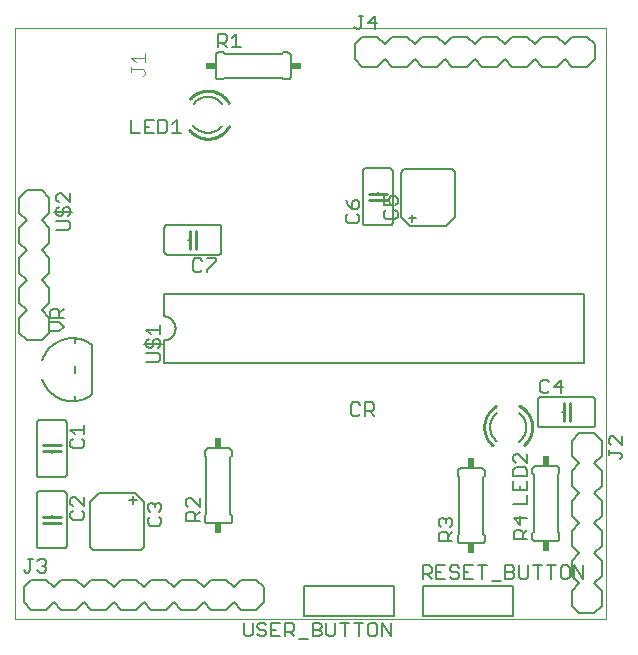
<source format=gto>
G75*
%MOIN*%
%OFA0B0*%
%FSLAX25Y25*%
%IPPOS*%
%LPD*%
%AMOC8*
5,1,8,0,0,1.08239X$1,22.5*
%
%ADD10C,0.00000*%
%ADD11C,0.00600*%
%ADD12C,0.01000*%
%ADD13C,0.00500*%
%ADD14C,0.00400*%
%ADD15C,0.00800*%
%ADD16R,0.03400X0.02400*%
%ADD17R,0.02400X0.03400*%
D10*
X0009201Y0009713D02*
X0009201Y0206563D01*
X0206051Y0206563D01*
X0206051Y0009713D01*
X0009201Y0009713D01*
D11*
X0017366Y0033165D02*
X0025366Y0033165D01*
X0025426Y0033167D01*
X0025487Y0033172D01*
X0025546Y0033181D01*
X0025605Y0033194D01*
X0025664Y0033210D01*
X0025721Y0033230D01*
X0025776Y0033253D01*
X0025831Y0033280D01*
X0025883Y0033309D01*
X0025934Y0033342D01*
X0025983Y0033378D01*
X0026029Y0033416D01*
X0026073Y0033458D01*
X0026115Y0033502D01*
X0026153Y0033548D01*
X0026189Y0033597D01*
X0026222Y0033648D01*
X0026251Y0033700D01*
X0026278Y0033755D01*
X0026301Y0033810D01*
X0026321Y0033867D01*
X0026337Y0033926D01*
X0026350Y0033985D01*
X0026359Y0034044D01*
X0026364Y0034105D01*
X0026366Y0034165D01*
X0026366Y0051165D01*
X0026364Y0051225D01*
X0026359Y0051286D01*
X0026350Y0051345D01*
X0026337Y0051404D01*
X0026321Y0051463D01*
X0026301Y0051520D01*
X0026278Y0051575D01*
X0026251Y0051630D01*
X0026222Y0051682D01*
X0026189Y0051733D01*
X0026153Y0051782D01*
X0026115Y0051828D01*
X0026073Y0051872D01*
X0026029Y0051914D01*
X0025983Y0051952D01*
X0025934Y0051988D01*
X0025883Y0052021D01*
X0025831Y0052050D01*
X0025776Y0052077D01*
X0025721Y0052100D01*
X0025664Y0052120D01*
X0025605Y0052136D01*
X0025546Y0052149D01*
X0025487Y0052158D01*
X0025426Y0052163D01*
X0025366Y0052165D01*
X0017366Y0052165D01*
X0017306Y0052163D01*
X0017245Y0052158D01*
X0017186Y0052149D01*
X0017127Y0052136D01*
X0017068Y0052120D01*
X0017011Y0052100D01*
X0016956Y0052077D01*
X0016901Y0052050D01*
X0016849Y0052021D01*
X0016798Y0051988D01*
X0016749Y0051952D01*
X0016703Y0051914D01*
X0016659Y0051872D01*
X0016617Y0051828D01*
X0016579Y0051782D01*
X0016543Y0051733D01*
X0016510Y0051682D01*
X0016481Y0051630D01*
X0016454Y0051575D01*
X0016431Y0051520D01*
X0016411Y0051463D01*
X0016395Y0051404D01*
X0016382Y0051345D01*
X0016373Y0051286D01*
X0016368Y0051225D01*
X0016366Y0051165D01*
X0016366Y0034165D01*
X0016368Y0034105D01*
X0016373Y0034044D01*
X0016382Y0033985D01*
X0016395Y0033926D01*
X0016411Y0033867D01*
X0016431Y0033810D01*
X0016454Y0033755D01*
X0016481Y0033700D01*
X0016510Y0033648D01*
X0016543Y0033597D01*
X0016579Y0033548D01*
X0016617Y0033502D01*
X0016659Y0033458D01*
X0016703Y0033416D01*
X0016749Y0033378D01*
X0016798Y0033342D01*
X0016849Y0033309D01*
X0016901Y0033280D01*
X0016956Y0033253D01*
X0017011Y0033230D01*
X0017068Y0033210D01*
X0017127Y0033194D01*
X0017186Y0033181D01*
X0017245Y0033172D01*
X0017306Y0033167D01*
X0017366Y0033165D01*
X0021366Y0041165D02*
X0021366Y0041665D01*
X0021366Y0043665D02*
X0021366Y0044165D01*
X0025366Y0056984D02*
X0017366Y0056984D01*
X0017306Y0056986D01*
X0017245Y0056991D01*
X0017186Y0057000D01*
X0017127Y0057013D01*
X0017068Y0057029D01*
X0017011Y0057049D01*
X0016956Y0057072D01*
X0016901Y0057099D01*
X0016849Y0057128D01*
X0016798Y0057161D01*
X0016749Y0057197D01*
X0016703Y0057235D01*
X0016659Y0057277D01*
X0016617Y0057321D01*
X0016579Y0057367D01*
X0016543Y0057416D01*
X0016510Y0057467D01*
X0016481Y0057519D01*
X0016454Y0057574D01*
X0016431Y0057629D01*
X0016411Y0057686D01*
X0016395Y0057745D01*
X0016382Y0057804D01*
X0016373Y0057863D01*
X0016368Y0057924D01*
X0016366Y0057984D01*
X0016366Y0074984D01*
X0016368Y0075044D01*
X0016373Y0075105D01*
X0016382Y0075164D01*
X0016395Y0075223D01*
X0016411Y0075282D01*
X0016431Y0075339D01*
X0016454Y0075394D01*
X0016481Y0075449D01*
X0016510Y0075501D01*
X0016543Y0075552D01*
X0016579Y0075601D01*
X0016617Y0075647D01*
X0016659Y0075691D01*
X0016703Y0075733D01*
X0016749Y0075771D01*
X0016798Y0075807D01*
X0016849Y0075840D01*
X0016901Y0075869D01*
X0016956Y0075896D01*
X0017011Y0075919D01*
X0017068Y0075939D01*
X0017127Y0075955D01*
X0017186Y0075968D01*
X0017245Y0075977D01*
X0017306Y0075982D01*
X0017366Y0075984D01*
X0025366Y0075984D01*
X0025426Y0075982D01*
X0025487Y0075977D01*
X0025546Y0075968D01*
X0025605Y0075955D01*
X0025664Y0075939D01*
X0025721Y0075919D01*
X0025776Y0075896D01*
X0025831Y0075869D01*
X0025883Y0075840D01*
X0025934Y0075807D01*
X0025983Y0075771D01*
X0026029Y0075733D01*
X0026073Y0075691D01*
X0026115Y0075647D01*
X0026153Y0075601D01*
X0026189Y0075552D01*
X0026222Y0075501D01*
X0026251Y0075449D01*
X0026278Y0075394D01*
X0026301Y0075339D01*
X0026321Y0075282D01*
X0026337Y0075223D01*
X0026350Y0075164D01*
X0026359Y0075105D01*
X0026364Y0075044D01*
X0026366Y0074984D01*
X0026366Y0057984D01*
X0026364Y0057924D01*
X0026359Y0057863D01*
X0026350Y0057804D01*
X0026337Y0057745D01*
X0026321Y0057686D01*
X0026301Y0057629D01*
X0026278Y0057574D01*
X0026251Y0057519D01*
X0026222Y0057467D01*
X0026189Y0057416D01*
X0026153Y0057367D01*
X0026115Y0057321D01*
X0026073Y0057277D01*
X0026029Y0057235D01*
X0025983Y0057197D01*
X0025934Y0057161D01*
X0025883Y0057128D01*
X0025831Y0057099D01*
X0025776Y0057072D01*
X0025721Y0057049D01*
X0025664Y0057029D01*
X0025605Y0057013D01*
X0025546Y0057000D01*
X0025487Y0056991D01*
X0025426Y0056986D01*
X0025366Y0056984D01*
X0021366Y0064984D02*
X0021366Y0065484D01*
X0021366Y0067484D02*
X0021366Y0067984D01*
X0037138Y0051693D02*
X0049138Y0051693D01*
X0052138Y0048693D01*
X0052138Y0034193D01*
X0052136Y0034117D01*
X0052130Y0034041D01*
X0052121Y0033966D01*
X0052107Y0033891D01*
X0052090Y0033817D01*
X0052069Y0033744D01*
X0052045Y0033672D01*
X0052016Y0033601D01*
X0051985Y0033532D01*
X0051950Y0033465D01*
X0051911Y0033400D01*
X0051869Y0033336D01*
X0051824Y0033275D01*
X0051776Y0033216D01*
X0051725Y0033160D01*
X0051671Y0033106D01*
X0051615Y0033055D01*
X0051556Y0033007D01*
X0051495Y0032962D01*
X0051431Y0032920D01*
X0051366Y0032881D01*
X0051299Y0032846D01*
X0051230Y0032815D01*
X0051159Y0032786D01*
X0051087Y0032762D01*
X0051014Y0032741D01*
X0050940Y0032724D01*
X0050865Y0032710D01*
X0050790Y0032701D01*
X0050714Y0032695D01*
X0050638Y0032693D01*
X0035638Y0032693D01*
X0035562Y0032695D01*
X0035486Y0032701D01*
X0035411Y0032710D01*
X0035336Y0032724D01*
X0035262Y0032741D01*
X0035189Y0032762D01*
X0035117Y0032786D01*
X0035046Y0032815D01*
X0034977Y0032846D01*
X0034910Y0032881D01*
X0034845Y0032920D01*
X0034781Y0032962D01*
X0034720Y0033007D01*
X0034661Y0033055D01*
X0034605Y0033106D01*
X0034551Y0033160D01*
X0034500Y0033216D01*
X0034452Y0033275D01*
X0034407Y0033336D01*
X0034365Y0033400D01*
X0034326Y0033465D01*
X0034291Y0033532D01*
X0034260Y0033601D01*
X0034231Y0033672D01*
X0034207Y0033744D01*
X0034186Y0033817D01*
X0034169Y0033891D01*
X0034155Y0033966D01*
X0034146Y0034041D01*
X0034140Y0034117D01*
X0034138Y0034193D01*
X0034138Y0048693D01*
X0037138Y0051693D01*
X0047238Y0049193D02*
X0049738Y0049193D01*
X0048538Y0047893D02*
X0048538Y0050493D01*
X0072457Y0044004D02*
X0072457Y0042504D01*
X0072459Y0042444D01*
X0072464Y0042383D01*
X0072473Y0042324D01*
X0072486Y0042265D01*
X0072502Y0042206D01*
X0072522Y0042149D01*
X0072545Y0042094D01*
X0072572Y0042039D01*
X0072601Y0041987D01*
X0072634Y0041936D01*
X0072670Y0041887D01*
X0072708Y0041841D01*
X0072750Y0041797D01*
X0072794Y0041755D01*
X0072840Y0041717D01*
X0072889Y0041681D01*
X0072940Y0041648D01*
X0072992Y0041619D01*
X0073047Y0041592D01*
X0073102Y0041569D01*
X0073159Y0041549D01*
X0073218Y0041533D01*
X0073277Y0041520D01*
X0073336Y0041511D01*
X0073397Y0041506D01*
X0073457Y0041504D01*
X0080457Y0041504D01*
X0080517Y0041506D01*
X0080578Y0041511D01*
X0080637Y0041520D01*
X0080696Y0041533D01*
X0080755Y0041549D01*
X0080812Y0041569D01*
X0080867Y0041592D01*
X0080922Y0041619D01*
X0080974Y0041648D01*
X0081025Y0041681D01*
X0081074Y0041717D01*
X0081120Y0041755D01*
X0081164Y0041797D01*
X0081206Y0041841D01*
X0081244Y0041887D01*
X0081280Y0041936D01*
X0081313Y0041987D01*
X0081342Y0042039D01*
X0081369Y0042094D01*
X0081392Y0042149D01*
X0081412Y0042206D01*
X0081428Y0042265D01*
X0081441Y0042324D01*
X0081450Y0042383D01*
X0081455Y0042444D01*
X0081457Y0042504D01*
X0081457Y0044004D01*
X0080957Y0044504D01*
X0080957Y0063504D01*
X0081457Y0064004D01*
X0081457Y0065504D01*
X0081455Y0065564D01*
X0081450Y0065625D01*
X0081441Y0065684D01*
X0081428Y0065743D01*
X0081412Y0065802D01*
X0081392Y0065859D01*
X0081369Y0065914D01*
X0081342Y0065969D01*
X0081313Y0066021D01*
X0081280Y0066072D01*
X0081244Y0066121D01*
X0081206Y0066167D01*
X0081164Y0066211D01*
X0081120Y0066253D01*
X0081074Y0066291D01*
X0081025Y0066327D01*
X0080974Y0066360D01*
X0080922Y0066389D01*
X0080867Y0066416D01*
X0080812Y0066439D01*
X0080755Y0066459D01*
X0080696Y0066475D01*
X0080637Y0066488D01*
X0080578Y0066497D01*
X0080517Y0066502D01*
X0080457Y0066504D01*
X0073457Y0066504D01*
X0073397Y0066502D01*
X0073336Y0066497D01*
X0073277Y0066488D01*
X0073218Y0066475D01*
X0073159Y0066459D01*
X0073102Y0066439D01*
X0073047Y0066416D01*
X0072992Y0066389D01*
X0072940Y0066360D01*
X0072889Y0066327D01*
X0072840Y0066291D01*
X0072794Y0066253D01*
X0072750Y0066211D01*
X0072708Y0066167D01*
X0072670Y0066121D01*
X0072634Y0066072D01*
X0072601Y0066021D01*
X0072572Y0065969D01*
X0072545Y0065914D01*
X0072522Y0065859D01*
X0072502Y0065802D01*
X0072486Y0065743D01*
X0072473Y0065684D01*
X0072464Y0065625D01*
X0072459Y0065564D01*
X0072457Y0065504D01*
X0072457Y0064004D01*
X0072957Y0063504D01*
X0072957Y0044504D01*
X0072457Y0044004D01*
X0058650Y0094984D02*
X0058650Y0102484D01*
X0058776Y0102486D01*
X0058901Y0102492D01*
X0059026Y0102502D01*
X0059151Y0102516D01*
X0059276Y0102533D01*
X0059400Y0102555D01*
X0059523Y0102580D01*
X0059645Y0102610D01*
X0059766Y0102643D01*
X0059886Y0102680D01*
X0060005Y0102720D01*
X0060122Y0102765D01*
X0060239Y0102813D01*
X0060353Y0102865D01*
X0060466Y0102920D01*
X0060577Y0102979D01*
X0060686Y0103041D01*
X0060793Y0103107D01*
X0060898Y0103176D01*
X0061001Y0103248D01*
X0061102Y0103323D01*
X0061200Y0103402D01*
X0061295Y0103484D01*
X0061388Y0103568D01*
X0061478Y0103656D01*
X0061566Y0103746D01*
X0061650Y0103839D01*
X0061732Y0103934D01*
X0061811Y0104032D01*
X0061886Y0104133D01*
X0061958Y0104236D01*
X0062027Y0104341D01*
X0062093Y0104448D01*
X0062155Y0104557D01*
X0062214Y0104668D01*
X0062269Y0104781D01*
X0062321Y0104895D01*
X0062369Y0105012D01*
X0062414Y0105129D01*
X0062454Y0105248D01*
X0062491Y0105368D01*
X0062524Y0105489D01*
X0062554Y0105611D01*
X0062579Y0105734D01*
X0062601Y0105858D01*
X0062618Y0105983D01*
X0062632Y0106108D01*
X0062642Y0106233D01*
X0062648Y0106358D01*
X0062650Y0106484D01*
X0062648Y0106610D01*
X0062642Y0106735D01*
X0062632Y0106860D01*
X0062618Y0106985D01*
X0062601Y0107110D01*
X0062579Y0107234D01*
X0062554Y0107357D01*
X0062524Y0107479D01*
X0062491Y0107600D01*
X0062454Y0107720D01*
X0062414Y0107839D01*
X0062369Y0107956D01*
X0062321Y0108073D01*
X0062269Y0108187D01*
X0062214Y0108300D01*
X0062155Y0108411D01*
X0062093Y0108520D01*
X0062027Y0108627D01*
X0061958Y0108732D01*
X0061886Y0108835D01*
X0061811Y0108936D01*
X0061732Y0109034D01*
X0061650Y0109129D01*
X0061566Y0109222D01*
X0061478Y0109312D01*
X0061388Y0109400D01*
X0061295Y0109484D01*
X0061200Y0109566D01*
X0061102Y0109645D01*
X0061001Y0109720D01*
X0060898Y0109792D01*
X0060793Y0109861D01*
X0060686Y0109927D01*
X0060577Y0109989D01*
X0060466Y0110048D01*
X0060353Y0110103D01*
X0060239Y0110155D01*
X0060122Y0110203D01*
X0060005Y0110248D01*
X0059886Y0110288D01*
X0059766Y0110325D01*
X0059645Y0110358D01*
X0059523Y0110388D01*
X0059400Y0110413D01*
X0059276Y0110435D01*
X0059151Y0110452D01*
X0059026Y0110466D01*
X0058901Y0110476D01*
X0058776Y0110482D01*
X0058650Y0110484D01*
X0058650Y0117984D01*
X0198650Y0117984D01*
X0198650Y0094984D01*
X0058650Y0094984D01*
X0059913Y0131051D02*
X0076913Y0131051D01*
X0076973Y0131053D01*
X0077034Y0131058D01*
X0077093Y0131067D01*
X0077152Y0131080D01*
X0077211Y0131096D01*
X0077268Y0131116D01*
X0077323Y0131139D01*
X0077378Y0131166D01*
X0077430Y0131195D01*
X0077481Y0131228D01*
X0077530Y0131264D01*
X0077576Y0131302D01*
X0077620Y0131344D01*
X0077662Y0131388D01*
X0077700Y0131434D01*
X0077736Y0131483D01*
X0077769Y0131534D01*
X0077798Y0131586D01*
X0077825Y0131641D01*
X0077848Y0131696D01*
X0077868Y0131753D01*
X0077884Y0131812D01*
X0077897Y0131871D01*
X0077906Y0131930D01*
X0077911Y0131991D01*
X0077913Y0132051D01*
X0077913Y0140051D01*
X0077911Y0140111D01*
X0077906Y0140172D01*
X0077897Y0140231D01*
X0077884Y0140290D01*
X0077868Y0140349D01*
X0077848Y0140406D01*
X0077825Y0140461D01*
X0077798Y0140516D01*
X0077769Y0140568D01*
X0077736Y0140619D01*
X0077700Y0140668D01*
X0077662Y0140714D01*
X0077620Y0140758D01*
X0077576Y0140800D01*
X0077530Y0140838D01*
X0077481Y0140874D01*
X0077430Y0140907D01*
X0077378Y0140936D01*
X0077323Y0140963D01*
X0077268Y0140986D01*
X0077211Y0141006D01*
X0077152Y0141022D01*
X0077093Y0141035D01*
X0077034Y0141044D01*
X0076973Y0141049D01*
X0076913Y0141051D01*
X0059913Y0141051D01*
X0059853Y0141049D01*
X0059792Y0141044D01*
X0059733Y0141035D01*
X0059674Y0141022D01*
X0059615Y0141006D01*
X0059558Y0140986D01*
X0059503Y0140963D01*
X0059448Y0140936D01*
X0059396Y0140907D01*
X0059345Y0140874D01*
X0059296Y0140838D01*
X0059250Y0140800D01*
X0059206Y0140758D01*
X0059164Y0140714D01*
X0059126Y0140668D01*
X0059090Y0140619D01*
X0059057Y0140568D01*
X0059028Y0140516D01*
X0059001Y0140461D01*
X0058978Y0140406D01*
X0058958Y0140349D01*
X0058942Y0140290D01*
X0058929Y0140231D01*
X0058920Y0140172D01*
X0058915Y0140111D01*
X0058913Y0140051D01*
X0058913Y0132051D01*
X0058915Y0131991D01*
X0058920Y0131930D01*
X0058929Y0131871D01*
X0058942Y0131812D01*
X0058958Y0131753D01*
X0058978Y0131696D01*
X0059001Y0131641D01*
X0059028Y0131586D01*
X0059057Y0131534D01*
X0059090Y0131483D01*
X0059126Y0131434D01*
X0059164Y0131388D01*
X0059206Y0131344D01*
X0059250Y0131302D01*
X0059296Y0131264D01*
X0059345Y0131228D01*
X0059396Y0131195D01*
X0059448Y0131166D01*
X0059503Y0131139D01*
X0059558Y0131116D01*
X0059615Y0131096D01*
X0059674Y0131080D01*
X0059733Y0131067D01*
X0059792Y0131058D01*
X0059853Y0131053D01*
X0059913Y0131051D01*
X0066913Y0136051D02*
X0067413Y0136051D01*
X0069413Y0136051D02*
X0069913Y0136051D01*
X0078149Y0181348D02*
X0078055Y0181467D01*
X0077957Y0181583D01*
X0077857Y0181697D01*
X0077753Y0181808D01*
X0077647Y0181916D01*
X0077539Y0182022D01*
X0077427Y0182124D01*
X0077313Y0182224D01*
X0077197Y0182322D01*
X0077078Y0182416D01*
X0076957Y0182507D01*
X0076833Y0182595D01*
X0076707Y0182680D01*
X0076580Y0182761D01*
X0076450Y0182840D01*
X0076318Y0182915D01*
X0076185Y0182986D01*
X0076049Y0183055D01*
X0075912Y0183120D01*
X0075774Y0183181D01*
X0075633Y0183239D01*
X0075492Y0183293D01*
X0075349Y0183344D01*
X0075205Y0183391D01*
X0075060Y0183435D01*
X0074913Y0183474D01*
X0074766Y0183510D01*
X0074618Y0183543D01*
X0074469Y0183571D01*
X0074319Y0183596D01*
X0074169Y0183617D01*
X0074019Y0183634D01*
X0073867Y0183648D01*
X0073716Y0183657D01*
X0073565Y0183663D01*
X0073413Y0183665D01*
X0077031Y0189425D02*
X0078531Y0189425D01*
X0079031Y0189925D01*
X0098031Y0189925D01*
X0098531Y0189425D01*
X0100031Y0189425D01*
X0100091Y0189427D01*
X0100152Y0189432D01*
X0100211Y0189441D01*
X0100270Y0189454D01*
X0100329Y0189470D01*
X0100386Y0189490D01*
X0100441Y0189513D01*
X0100496Y0189540D01*
X0100548Y0189569D01*
X0100599Y0189602D01*
X0100648Y0189638D01*
X0100694Y0189676D01*
X0100738Y0189718D01*
X0100780Y0189762D01*
X0100818Y0189808D01*
X0100854Y0189857D01*
X0100887Y0189908D01*
X0100916Y0189960D01*
X0100943Y0190015D01*
X0100966Y0190070D01*
X0100986Y0190127D01*
X0101002Y0190186D01*
X0101015Y0190245D01*
X0101024Y0190304D01*
X0101029Y0190365D01*
X0101031Y0190425D01*
X0101031Y0197425D01*
X0101029Y0197485D01*
X0101024Y0197546D01*
X0101015Y0197605D01*
X0101002Y0197664D01*
X0100986Y0197723D01*
X0100966Y0197780D01*
X0100943Y0197835D01*
X0100916Y0197890D01*
X0100887Y0197942D01*
X0100854Y0197993D01*
X0100818Y0198042D01*
X0100780Y0198088D01*
X0100738Y0198132D01*
X0100694Y0198174D01*
X0100648Y0198212D01*
X0100599Y0198248D01*
X0100548Y0198281D01*
X0100496Y0198310D01*
X0100441Y0198337D01*
X0100386Y0198360D01*
X0100329Y0198380D01*
X0100270Y0198396D01*
X0100211Y0198409D01*
X0100152Y0198418D01*
X0100091Y0198423D01*
X0100031Y0198425D01*
X0098531Y0198425D01*
X0098031Y0197925D01*
X0079031Y0197925D01*
X0078531Y0198425D01*
X0077031Y0198425D01*
X0076971Y0198423D01*
X0076910Y0198418D01*
X0076851Y0198409D01*
X0076792Y0198396D01*
X0076733Y0198380D01*
X0076676Y0198360D01*
X0076621Y0198337D01*
X0076566Y0198310D01*
X0076514Y0198281D01*
X0076463Y0198248D01*
X0076414Y0198212D01*
X0076368Y0198174D01*
X0076324Y0198132D01*
X0076282Y0198088D01*
X0076244Y0198042D01*
X0076208Y0197993D01*
X0076175Y0197942D01*
X0076146Y0197890D01*
X0076119Y0197835D01*
X0076096Y0197780D01*
X0076076Y0197723D01*
X0076060Y0197664D01*
X0076047Y0197605D01*
X0076038Y0197546D01*
X0076033Y0197485D01*
X0076031Y0197425D01*
X0076031Y0190425D01*
X0076033Y0190365D01*
X0076038Y0190304D01*
X0076047Y0190245D01*
X0076060Y0190186D01*
X0076076Y0190127D01*
X0076096Y0190070D01*
X0076119Y0190015D01*
X0076146Y0189960D01*
X0076175Y0189908D01*
X0076208Y0189857D01*
X0076244Y0189808D01*
X0076282Y0189762D01*
X0076324Y0189718D01*
X0076368Y0189676D01*
X0076414Y0189638D01*
X0076463Y0189602D01*
X0076514Y0189569D01*
X0076566Y0189540D01*
X0076621Y0189513D01*
X0076676Y0189490D01*
X0076733Y0189470D01*
X0076792Y0189454D01*
X0076851Y0189441D01*
X0076910Y0189432D01*
X0076971Y0189427D01*
X0077031Y0189425D01*
X0068532Y0174178D02*
X0068623Y0174053D01*
X0068717Y0173931D01*
X0068815Y0173812D01*
X0068915Y0173695D01*
X0069019Y0173581D01*
X0069125Y0173469D01*
X0069234Y0173361D01*
X0069346Y0173255D01*
X0069461Y0173152D01*
X0069578Y0173052D01*
X0069698Y0172954D01*
X0069820Y0172861D01*
X0069944Y0172770D01*
X0070071Y0172682D01*
X0070200Y0172598D01*
X0070332Y0172517D01*
X0070465Y0172440D01*
X0070600Y0172366D01*
X0070737Y0172295D01*
X0070876Y0172228D01*
X0071016Y0172165D01*
X0071159Y0172105D01*
X0071302Y0172049D01*
X0071447Y0171997D01*
X0071593Y0171948D01*
X0071741Y0171903D01*
X0071889Y0171862D01*
X0072039Y0171825D01*
X0072189Y0171791D01*
X0072341Y0171762D01*
X0072493Y0171736D01*
X0072645Y0171714D01*
X0072798Y0171697D01*
X0072952Y0171683D01*
X0073106Y0171673D01*
X0073260Y0171667D01*
X0073414Y0171665D01*
X0068677Y0181348D02*
X0068771Y0181467D01*
X0068869Y0181583D01*
X0068969Y0181697D01*
X0069073Y0181808D01*
X0069179Y0181916D01*
X0069287Y0182022D01*
X0069399Y0182124D01*
X0069513Y0182224D01*
X0069629Y0182322D01*
X0069748Y0182416D01*
X0069869Y0182507D01*
X0069993Y0182595D01*
X0070119Y0182680D01*
X0070246Y0182761D01*
X0070376Y0182840D01*
X0070508Y0182915D01*
X0070641Y0182986D01*
X0070777Y0183055D01*
X0070914Y0183120D01*
X0071052Y0183181D01*
X0071193Y0183239D01*
X0071334Y0183293D01*
X0071477Y0183344D01*
X0071621Y0183391D01*
X0071766Y0183435D01*
X0071913Y0183474D01*
X0072060Y0183510D01*
X0072208Y0183543D01*
X0072357Y0183571D01*
X0072507Y0183596D01*
X0072657Y0183617D01*
X0072807Y0183634D01*
X0072959Y0183648D01*
X0073110Y0183657D01*
X0073261Y0183663D01*
X0073413Y0183665D01*
X0078213Y0174065D02*
X0078121Y0173946D01*
X0078027Y0173829D01*
X0077929Y0173715D01*
X0077829Y0173603D01*
X0077725Y0173493D01*
X0077620Y0173387D01*
X0077511Y0173282D01*
X0077400Y0173181D01*
X0077286Y0173083D01*
X0077170Y0172987D01*
X0077052Y0172894D01*
X0076931Y0172805D01*
X0076808Y0172718D01*
X0076683Y0172635D01*
X0076556Y0172554D01*
X0076427Y0172477D01*
X0076296Y0172403D01*
X0076163Y0172332D01*
X0076029Y0172265D01*
X0075893Y0172201D01*
X0075755Y0172141D01*
X0075616Y0172084D01*
X0075475Y0172031D01*
X0075333Y0171981D01*
X0075190Y0171934D01*
X0075046Y0171892D01*
X0074901Y0171852D01*
X0074755Y0171817D01*
X0074608Y0171785D01*
X0074460Y0171757D01*
X0074312Y0171733D01*
X0074163Y0171712D01*
X0074013Y0171695D01*
X0073864Y0171682D01*
X0073714Y0171673D01*
X0073563Y0171667D01*
X0073413Y0171665D01*
X0125106Y0158882D02*
X0125106Y0141882D01*
X0125108Y0141822D01*
X0125113Y0141761D01*
X0125122Y0141702D01*
X0125135Y0141643D01*
X0125151Y0141584D01*
X0125171Y0141527D01*
X0125194Y0141472D01*
X0125221Y0141417D01*
X0125250Y0141365D01*
X0125283Y0141314D01*
X0125319Y0141265D01*
X0125357Y0141219D01*
X0125399Y0141175D01*
X0125443Y0141133D01*
X0125489Y0141095D01*
X0125538Y0141059D01*
X0125589Y0141026D01*
X0125641Y0140997D01*
X0125696Y0140970D01*
X0125751Y0140947D01*
X0125808Y0140927D01*
X0125867Y0140911D01*
X0125926Y0140898D01*
X0125985Y0140889D01*
X0126046Y0140884D01*
X0126106Y0140882D01*
X0134106Y0140882D01*
X0134166Y0140884D01*
X0134227Y0140889D01*
X0134286Y0140898D01*
X0134345Y0140911D01*
X0134404Y0140927D01*
X0134461Y0140947D01*
X0134516Y0140970D01*
X0134571Y0140997D01*
X0134623Y0141026D01*
X0134674Y0141059D01*
X0134723Y0141095D01*
X0134769Y0141133D01*
X0134813Y0141175D01*
X0134855Y0141219D01*
X0134893Y0141265D01*
X0134929Y0141314D01*
X0134962Y0141365D01*
X0134991Y0141417D01*
X0135018Y0141472D01*
X0135041Y0141527D01*
X0135061Y0141584D01*
X0135077Y0141643D01*
X0135090Y0141702D01*
X0135099Y0141761D01*
X0135104Y0141822D01*
X0135106Y0141882D01*
X0135106Y0158882D01*
X0135104Y0158942D01*
X0135099Y0159003D01*
X0135090Y0159062D01*
X0135077Y0159121D01*
X0135061Y0159180D01*
X0135041Y0159237D01*
X0135018Y0159292D01*
X0134991Y0159347D01*
X0134962Y0159399D01*
X0134929Y0159450D01*
X0134893Y0159499D01*
X0134855Y0159545D01*
X0134813Y0159589D01*
X0134769Y0159631D01*
X0134723Y0159669D01*
X0134674Y0159705D01*
X0134623Y0159738D01*
X0134571Y0159767D01*
X0134516Y0159794D01*
X0134461Y0159817D01*
X0134404Y0159837D01*
X0134345Y0159853D01*
X0134286Y0159866D01*
X0134227Y0159875D01*
X0134166Y0159880D01*
X0134106Y0159882D01*
X0126106Y0159882D01*
X0126046Y0159880D01*
X0125985Y0159875D01*
X0125926Y0159866D01*
X0125867Y0159853D01*
X0125808Y0159837D01*
X0125751Y0159817D01*
X0125696Y0159794D01*
X0125641Y0159767D01*
X0125589Y0159738D01*
X0125538Y0159705D01*
X0125489Y0159669D01*
X0125443Y0159631D01*
X0125399Y0159589D01*
X0125357Y0159545D01*
X0125319Y0159499D01*
X0125283Y0159450D01*
X0125250Y0159399D01*
X0125221Y0159347D01*
X0125194Y0159292D01*
X0125171Y0159237D01*
X0125151Y0159180D01*
X0125135Y0159121D01*
X0125122Y0159062D01*
X0125113Y0159003D01*
X0125108Y0158942D01*
X0125106Y0158882D01*
X0130106Y0151882D02*
X0130106Y0151382D01*
X0130106Y0149382D02*
X0130106Y0148882D01*
X0137917Y0143606D02*
X0140917Y0140606D01*
X0152917Y0140606D01*
X0155917Y0143606D01*
X0155917Y0158106D01*
X0155915Y0158182D01*
X0155909Y0158258D01*
X0155900Y0158333D01*
X0155886Y0158408D01*
X0155869Y0158482D01*
X0155848Y0158555D01*
X0155824Y0158627D01*
X0155795Y0158698D01*
X0155764Y0158767D01*
X0155729Y0158834D01*
X0155690Y0158899D01*
X0155648Y0158963D01*
X0155603Y0159024D01*
X0155555Y0159083D01*
X0155504Y0159139D01*
X0155450Y0159193D01*
X0155394Y0159244D01*
X0155335Y0159292D01*
X0155274Y0159337D01*
X0155210Y0159379D01*
X0155145Y0159418D01*
X0155078Y0159453D01*
X0155009Y0159484D01*
X0154938Y0159513D01*
X0154866Y0159537D01*
X0154793Y0159558D01*
X0154719Y0159575D01*
X0154644Y0159589D01*
X0154569Y0159598D01*
X0154493Y0159604D01*
X0154417Y0159606D01*
X0139417Y0159606D01*
X0139341Y0159604D01*
X0139265Y0159598D01*
X0139190Y0159589D01*
X0139115Y0159575D01*
X0139041Y0159558D01*
X0138968Y0159537D01*
X0138896Y0159513D01*
X0138825Y0159484D01*
X0138756Y0159453D01*
X0138689Y0159418D01*
X0138624Y0159379D01*
X0138560Y0159337D01*
X0138499Y0159292D01*
X0138440Y0159244D01*
X0138384Y0159193D01*
X0138330Y0159139D01*
X0138279Y0159083D01*
X0138231Y0159024D01*
X0138186Y0158963D01*
X0138144Y0158899D01*
X0138105Y0158834D01*
X0138070Y0158767D01*
X0138039Y0158698D01*
X0138010Y0158627D01*
X0137986Y0158555D01*
X0137965Y0158482D01*
X0137948Y0158408D01*
X0137934Y0158333D01*
X0137925Y0158258D01*
X0137919Y0158182D01*
X0137917Y0158106D01*
X0137917Y0143606D01*
X0140317Y0143106D02*
X0142817Y0143106D01*
X0141517Y0144406D02*
X0141517Y0141806D01*
X0184480Y0083571D02*
X0201480Y0083571D01*
X0201540Y0083569D01*
X0201601Y0083564D01*
X0201660Y0083555D01*
X0201719Y0083542D01*
X0201778Y0083526D01*
X0201835Y0083506D01*
X0201890Y0083483D01*
X0201945Y0083456D01*
X0201997Y0083427D01*
X0202048Y0083394D01*
X0202097Y0083358D01*
X0202143Y0083320D01*
X0202187Y0083278D01*
X0202229Y0083234D01*
X0202267Y0083188D01*
X0202303Y0083139D01*
X0202336Y0083088D01*
X0202365Y0083036D01*
X0202392Y0082981D01*
X0202415Y0082926D01*
X0202435Y0082869D01*
X0202451Y0082810D01*
X0202464Y0082751D01*
X0202473Y0082692D01*
X0202478Y0082631D01*
X0202480Y0082571D01*
X0202480Y0074571D01*
X0202478Y0074511D01*
X0202473Y0074450D01*
X0202464Y0074391D01*
X0202451Y0074332D01*
X0202435Y0074273D01*
X0202415Y0074216D01*
X0202392Y0074161D01*
X0202365Y0074106D01*
X0202336Y0074054D01*
X0202303Y0074003D01*
X0202267Y0073954D01*
X0202229Y0073908D01*
X0202187Y0073864D01*
X0202143Y0073822D01*
X0202097Y0073784D01*
X0202048Y0073748D01*
X0201997Y0073715D01*
X0201945Y0073686D01*
X0201890Y0073659D01*
X0201835Y0073636D01*
X0201778Y0073616D01*
X0201719Y0073600D01*
X0201660Y0073587D01*
X0201601Y0073578D01*
X0201540Y0073573D01*
X0201480Y0073571D01*
X0184480Y0073571D01*
X0184420Y0073573D01*
X0184359Y0073578D01*
X0184300Y0073587D01*
X0184241Y0073600D01*
X0184182Y0073616D01*
X0184125Y0073636D01*
X0184070Y0073659D01*
X0184015Y0073686D01*
X0183963Y0073715D01*
X0183912Y0073748D01*
X0183863Y0073784D01*
X0183817Y0073822D01*
X0183773Y0073864D01*
X0183731Y0073908D01*
X0183693Y0073954D01*
X0183657Y0074003D01*
X0183624Y0074054D01*
X0183595Y0074106D01*
X0183568Y0074161D01*
X0183545Y0074216D01*
X0183525Y0074273D01*
X0183509Y0074332D01*
X0183496Y0074391D01*
X0183487Y0074450D01*
X0183482Y0074511D01*
X0183480Y0074571D01*
X0183480Y0082571D01*
X0183482Y0082631D01*
X0183487Y0082692D01*
X0183496Y0082751D01*
X0183509Y0082810D01*
X0183525Y0082869D01*
X0183545Y0082926D01*
X0183568Y0082981D01*
X0183595Y0083036D01*
X0183624Y0083088D01*
X0183657Y0083139D01*
X0183693Y0083188D01*
X0183731Y0083234D01*
X0183773Y0083278D01*
X0183817Y0083320D01*
X0183863Y0083358D01*
X0183912Y0083394D01*
X0183963Y0083427D01*
X0184015Y0083456D01*
X0184070Y0083483D01*
X0184125Y0083506D01*
X0184182Y0083526D01*
X0184241Y0083542D01*
X0184300Y0083555D01*
X0184359Y0083564D01*
X0184420Y0083569D01*
X0184480Y0083571D01*
X0191480Y0078571D02*
X0191980Y0078571D01*
X0193980Y0078571D02*
X0194480Y0078571D01*
X0189591Y0060598D02*
X0182591Y0060598D01*
X0182531Y0060596D01*
X0182470Y0060591D01*
X0182411Y0060582D01*
X0182352Y0060569D01*
X0182293Y0060553D01*
X0182236Y0060533D01*
X0182181Y0060510D01*
X0182126Y0060483D01*
X0182074Y0060454D01*
X0182023Y0060421D01*
X0181974Y0060385D01*
X0181928Y0060347D01*
X0181884Y0060305D01*
X0181842Y0060261D01*
X0181804Y0060215D01*
X0181768Y0060166D01*
X0181735Y0060115D01*
X0181706Y0060063D01*
X0181679Y0060008D01*
X0181656Y0059953D01*
X0181636Y0059896D01*
X0181620Y0059837D01*
X0181607Y0059778D01*
X0181598Y0059719D01*
X0181593Y0059658D01*
X0181591Y0059598D01*
X0181591Y0058098D01*
X0182091Y0057598D01*
X0182091Y0038598D01*
X0181591Y0038098D01*
X0181591Y0036598D01*
X0181593Y0036538D01*
X0181598Y0036477D01*
X0181607Y0036418D01*
X0181620Y0036359D01*
X0181636Y0036300D01*
X0181656Y0036243D01*
X0181679Y0036188D01*
X0181706Y0036133D01*
X0181735Y0036081D01*
X0181768Y0036030D01*
X0181804Y0035981D01*
X0181842Y0035935D01*
X0181884Y0035891D01*
X0181928Y0035849D01*
X0181974Y0035811D01*
X0182023Y0035775D01*
X0182074Y0035742D01*
X0182126Y0035713D01*
X0182181Y0035686D01*
X0182236Y0035663D01*
X0182293Y0035643D01*
X0182352Y0035627D01*
X0182411Y0035614D01*
X0182470Y0035605D01*
X0182531Y0035600D01*
X0182591Y0035598D01*
X0189591Y0035598D01*
X0189651Y0035600D01*
X0189712Y0035605D01*
X0189771Y0035614D01*
X0189830Y0035627D01*
X0189889Y0035643D01*
X0189946Y0035663D01*
X0190001Y0035686D01*
X0190056Y0035713D01*
X0190108Y0035742D01*
X0190159Y0035775D01*
X0190208Y0035811D01*
X0190254Y0035849D01*
X0190298Y0035891D01*
X0190340Y0035935D01*
X0190378Y0035981D01*
X0190414Y0036030D01*
X0190447Y0036081D01*
X0190476Y0036133D01*
X0190503Y0036188D01*
X0190526Y0036243D01*
X0190546Y0036300D01*
X0190562Y0036359D01*
X0190575Y0036418D01*
X0190584Y0036477D01*
X0190589Y0036538D01*
X0190591Y0036598D01*
X0190591Y0038098D01*
X0190091Y0038598D01*
X0190091Y0057598D01*
X0190591Y0058098D01*
X0190591Y0059598D01*
X0190589Y0059658D01*
X0190584Y0059719D01*
X0190575Y0059778D01*
X0190562Y0059837D01*
X0190546Y0059896D01*
X0190526Y0059953D01*
X0190503Y0060008D01*
X0190476Y0060063D01*
X0190447Y0060115D01*
X0190414Y0060166D01*
X0190378Y0060215D01*
X0190340Y0060261D01*
X0190298Y0060305D01*
X0190254Y0060347D01*
X0190208Y0060385D01*
X0190159Y0060421D01*
X0190108Y0060454D01*
X0190056Y0060483D01*
X0190001Y0060510D01*
X0189946Y0060533D01*
X0189889Y0060553D01*
X0189830Y0060569D01*
X0189771Y0060582D01*
X0189712Y0060591D01*
X0189651Y0060596D01*
X0189591Y0060598D01*
X0167531Y0073571D02*
X0167533Y0073723D01*
X0167539Y0073874D01*
X0167548Y0074025D01*
X0167562Y0074177D01*
X0167579Y0074327D01*
X0167600Y0074477D01*
X0167625Y0074627D01*
X0167653Y0074776D01*
X0167686Y0074924D01*
X0167722Y0075071D01*
X0167761Y0075218D01*
X0167805Y0075363D01*
X0167852Y0075507D01*
X0167903Y0075650D01*
X0167957Y0075791D01*
X0168015Y0075932D01*
X0168076Y0076070D01*
X0168141Y0076207D01*
X0168210Y0076343D01*
X0168281Y0076476D01*
X0168356Y0076608D01*
X0168435Y0076738D01*
X0168516Y0076865D01*
X0168601Y0076991D01*
X0168689Y0077115D01*
X0168780Y0077236D01*
X0168874Y0077355D01*
X0168972Y0077471D01*
X0169072Y0077585D01*
X0169174Y0077697D01*
X0169280Y0077805D01*
X0169388Y0077911D01*
X0169499Y0078015D01*
X0169613Y0078115D01*
X0169729Y0078213D01*
X0169848Y0078307D01*
X0179531Y0073571D02*
X0179529Y0073417D01*
X0179523Y0073263D01*
X0179513Y0073109D01*
X0179499Y0072955D01*
X0179482Y0072802D01*
X0179460Y0072650D01*
X0179434Y0072498D01*
X0179405Y0072346D01*
X0179371Y0072196D01*
X0179334Y0072046D01*
X0179293Y0071898D01*
X0179248Y0071750D01*
X0179199Y0071604D01*
X0179147Y0071459D01*
X0179091Y0071316D01*
X0179031Y0071173D01*
X0178968Y0071033D01*
X0178901Y0070894D01*
X0178830Y0070757D01*
X0178756Y0070622D01*
X0178679Y0070489D01*
X0178598Y0070357D01*
X0178514Y0070228D01*
X0178426Y0070101D01*
X0178335Y0069977D01*
X0178242Y0069855D01*
X0178144Y0069735D01*
X0178044Y0069618D01*
X0177941Y0069503D01*
X0177835Y0069391D01*
X0177727Y0069282D01*
X0177615Y0069176D01*
X0177501Y0069072D01*
X0177384Y0068972D01*
X0177265Y0068874D01*
X0177143Y0068780D01*
X0177018Y0068689D01*
X0179531Y0073571D02*
X0179529Y0073721D01*
X0179523Y0073872D01*
X0179514Y0074022D01*
X0179501Y0074171D01*
X0179484Y0074321D01*
X0179463Y0074470D01*
X0179439Y0074618D01*
X0179411Y0074766D01*
X0179379Y0074913D01*
X0179344Y0075059D01*
X0179304Y0075204D01*
X0179262Y0075348D01*
X0179215Y0075491D01*
X0179165Y0075633D01*
X0179112Y0075774D01*
X0179055Y0075913D01*
X0178995Y0076051D01*
X0178931Y0076187D01*
X0178864Y0076321D01*
X0178793Y0076454D01*
X0178719Y0076585D01*
X0178642Y0076714D01*
X0178561Y0076841D01*
X0178478Y0076966D01*
X0178391Y0077089D01*
X0178302Y0077210D01*
X0178209Y0077328D01*
X0178113Y0077444D01*
X0178015Y0077558D01*
X0177914Y0077669D01*
X0177809Y0077778D01*
X0177703Y0077883D01*
X0177593Y0077987D01*
X0177481Y0078087D01*
X0177367Y0078185D01*
X0177250Y0078279D01*
X0177131Y0078371D01*
X0167531Y0073571D02*
X0167533Y0073419D01*
X0167539Y0073268D01*
X0167548Y0073117D01*
X0167562Y0072965D01*
X0167579Y0072815D01*
X0167600Y0072665D01*
X0167625Y0072515D01*
X0167653Y0072366D01*
X0167686Y0072218D01*
X0167722Y0072071D01*
X0167761Y0071924D01*
X0167805Y0071779D01*
X0167852Y0071635D01*
X0167903Y0071492D01*
X0167957Y0071351D01*
X0168015Y0071210D01*
X0168076Y0071072D01*
X0168141Y0070935D01*
X0168210Y0070799D01*
X0168281Y0070666D01*
X0168356Y0070534D01*
X0168435Y0070404D01*
X0168516Y0070277D01*
X0168601Y0070151D01*
X0168689Y0070027D01*
X0168780Y0069906D01*
X0168874Y0069787D01*
X0168972Y0069671D01*
X0169072Y0069557D01*
X0169174Y0069445D01*
X0169280Y0069337D01*
X0169388Y0069231D01*
X0169499Y0069127D01*
X0169613Y0069027D01*
X0169729Y0068929D01*
X0169848Y0068835D01*
X0164709Y0059811D02*
X0157709Y0059811D01*
X0157649Y0059809D01*
X0157588Y0059804D01*
X0157529Y0059795D01*
X0157470Y0059782D01*
X0157411Y0059766D01*
X0157354Y0059746D01*
X0157299Y0059723D01*
X0157244Y0059696D01*
X0157192Y0059667D01*
X0157141Y0059634D01*
X0157092Y0059598D01*
X0157046Y0059560D01*
X0157002Y0059518D01*
X0156960Y0059474D01*
X0156922Y0059428D01*
X0156886Y0059379D01*
X0156853Y0059328D01*
X0156824Y0059276D01*
X0156797Y0059221D01*
X0156774Y0059166D01*
X0156754Y0059109D01*
X0156738Y0059050D01*
X0156725Y0058991D01*
X0156716Y0058932D01*
X0156711Y0058871D01*
X0156709Y0058811D01*
X0156709Y0057311D01*
X0157209Y0056811D01*
X0157209Y0037811D01*
X0156709Y0037311D01*
X0156709Y0035811D01*
X0156711Y0035751D01*
X0156716Y0035690D01*
X0156725Y0035631D01*
X0156738Y0035572D01*
X0156754Y0035513D01*
X0156774Y0035456D01*
X0156797Y0035401D01*
X0156824Y0035346D01*
X0156853Y0035294D01*
X0156886Y0035243D01*
X0156922Y0035194D01*
X0156960Y0035148D01*
X0157002Y0035104D01*
X0157046Y0035062D01*
X0157092Y0035024D01*
X0157141Y0034988D01*
X0157192Y0034955D01*
X0157244Y0034926D01*
X0157299Y0034899D01*
X0157354Y0034876D01*
X0157411Y0034856D01*
X0157470Y0034840D01*
X0157529Y0034827D01*
X0157588Y0034818D01*
X0157649Y0034813D01*
X0157709Y0034811D01*
X0164709Y0034811D01*
X0164769Y0034813D01*
X0164830Y0034818D01*
X0164889Y0034827D01*
X0164948Y0034840D01*
X0165007Y0034856D01*
X0165064Y0034876D01*
X0165119Y0034899D01*
X0165174Y0034926D01*
X0165226Y0034955D01*
X0165277Y0034988D01*
X0165326Y0035024D01*
X0165372Y0035062D01*
X0165416Y0035104D01*
X0165458Y0035148D01*
X0165496Y0035194D01*
X0165532Y0035243D01*
X0165565Y0035294D01*
X0165594Y0035346D01*
X0165621Y0035401D01*
X0165644Y0035456D01*
X0165664Y0035513D01*
X0165680Y0035572D01*
X0165693Y0035631D01*
X0165702Y0035690D01*
X0165707Y0035751D01*
X0165709Y0035811D01*
X0165709Y0037311D01*
X0165209Y0037811D01*
X0165209Y0056811D01*
X0165709Y0057311D01*
X0165709Y0058811D01*
X0165707Y0058871D01*
X0165702Y0058932D01*
X0165693Y0058991D01*
X0165680Y0059050D01*
X0165664Y0059109D01*
X0165644Y0059166D01*
X0165621Y0059221D01*
X0165594Y0059276D01*
X0165565Y0059328D01*
X0165532Y0059379D01*
X0165496Y0059428D01*
X0165458Y0059474D01*
X0165416Y0059518D01*
X0165372Y0059560D01*
X0165326Y0059598D01*
X0165277Y0059634D01*
X0165226Y0059667D01*
X0165174Y0059696D01*
X0165119Y0059723D01*
X0165064Y0059746D01*
X0165007Y0059766D01*
X0164948Y0059782D01*
X0164889Y0059795D01*
X0164830Y0059804D01*
X0164769Y0059809D01*
X0164709Y0059811D01*
D12*
X0181531Y0073571D02*
X0181529Y0073763D01*
X0181522Y0073955D01*
X0181510Y0074147D01*
X0181494Y0074339D01*
X0181473Y0074530D01*
X0181448Y0074720D01*
X0181418Y0074910D01*
X0181384Y0075099D01*
X0181345Y0075287D01*
X0181301Y0075474D01*
X0181253Y0075660D01*
X0181201Y0075845D01*
X0181144Y0076029D01*
X0181083Y0076211D01*
X0181017Y0076391D01*
X0180947Y0076570D01*
X0180873Y0076748D01*
X0180795Y0076923D01*
X0180712Y0077097D01*
X0180625Y0077268D01*
X0180535Y0077437D01*
X0180440Y0077604D01*
X0180341Y0077769D01*
X0180238Y0077932D01*
X0180131Y0078091D01*
X0180021Y0078249D01*
X0179907Y0078403D01*
X0179789Y0078555D01*
X0179667Y0078704D01*
X0179542Y0078850D01*
X0179414Y0078992D01*
X0179282Y0079132D01*
X0179147Y0079269D01*
X0179008Y0079402D01*
X0178867Y0079532D01*
X0178722Y0079658D01*
X0178574Y0079781D01*
X0178424Y0079900D01*
X0178270Y0080016D01*
X0178114Y0080128D01*
X0177955Y0080236D01*
X0177794Y0080341D01*
X0177630Y0080441D01*
X0177464Y0080537D01*
X0177296Y0080630D01*
X0169562Y0080517D02*
X0169393Y0080418D01*
X0169227Y0080314D01*
X0169063Y0080207D01*
X0168902Y0080096D01*
X0168744Y0079981D01*
X0168589Y0079862D01*
X0168436Y0079739D01*
X0168287Y0079613D01*
X0168141Y0079483D01*
X0167998Y0079349D01*
X0167858Y0079212D01*
X0167722Y0079072D01*
X0167589Y0078928D01*
X0167460Y0078781D01*
X0167334Y0078631D01*
X0167213Y0078478D01*
X0167094Y0078322D01*
X0166980Y0078163D01*
X0166870Y0078002D01*
X0166764Y0077837D01*
X0166661Y0077671D01*
X0166563Y0077501D01*
X0166469Y0077330D01*
X0166379Y0077156D01*
X0166294Y0076980D01*
X0166212Y0076802D01*
X0166136Y0076622D01*
X0166063Y0076440D01*
X0165995Y0076257D01*
X0165932Y0076072D01*
X0165873Y0075885D01*
X0165819Y0075697D01*
X0165769Y0075508D01*
X0165724Y0075318D01*
X0165684Y0075126D01*
X0165648Y0074934D01*
X0165617Y0074741D01*
X0165591Y0074547D01*
X0165569Y0074352D01*
X0165553Y0074157D01*
X0165541Y0073962D01*
X0165533Y0073766D01*
X0165531Y0073571D01*
X0165533Y0073378D01*
X0165540Y0073185D01*
X0165552Y0072993D01*
X0165568Y0072800D01*
X0165589Y0072608D01*
X0165615Y0072417D01*
X0165645Y0072227D01*
X0165680Y0072037D01*
X0165719Y0071848D01*
X0165763Y0071660D01*
X0165811Y0071473D01*
X0165864Y0071287D01*
X0165921Y0071103D01*
X0165983Y0070920D01*
X0166049Y0070739D01*
X0166120Y0070559D01*
X0166194Y0070381D01*
X0166273Y0070205D01*
X0166357Y0070031D01*
X0166444Y0069859D01*
X0166536Y0069689D01*
X0166632Y0069522D01*
X0166731Y0069356D01*
X0166835Y0069193D01*
X0166942Y0069033D01*
X0167054Y0068876D01*
X0167169Y0068721D01*
X0167288Y0068569D01*
X0167410Y0068420D01*
X0167536Y0068273D01*
X0167666Y0068130D01*
X0167799Y0067990D01*
X0167935Y0067854D01*
X0168075Y0067720D01*
X0168217Y0067591D01*
X0168363Y0067464D01*
X0178653Y0067425D02*
X0178801Y0067552D01*
X0178946Y0067682D01*
X0179087Y0067815D01*
X0179226Y0067952D01*
X0179361Y0068092D01*
X0179492Y0068236D01*
X0179620Y0068383D01*
X0179745Y0068532D01*
X0179866Y0068685D01*
X0179983Y0068840D01*
X0180096Y0068999D01*
X0180205Y0069160D01*
X0180310Y0069324D01*
X0180412Y0069490D01*
X0180509Y0069659D01*
X0180602Y0069829D01*
X0180691Y0070003D01*
X0180776Y0070178D01*
X0180856Y0070355D01*
X0180932Y0070534D01*
X0181004Y0070715D01*
X0181071Y0070898D01*
X0181134Y0071082D01*
X0181192Y0071268D01*
X0181246Y0071455D01*
X0181295Y0071643D01*
X0181340Y0071833D01*
X0181380Y0072023D01*
X0181415Y0072215D01*
X0181446Y0072407D01*
X0181472Y0072600D01*
X0181493Y0072794D01*
X0181510Y0072988D01*
X0181522Y0073182D01*
X0181529Y0073376D01*
X0181531Y0073571D01*
X0191980Y0075571D02*
X0191980Y0078571D01*
X0191980Y0081571D01*
X0193980Y0081571D02*
X0193980Y0078571D01*
X0193980Y0075571D01*
X0133106Y0149382D02*
X0130106Y0149382D01*
X0127106Y0149382D01*
X0127106Y0151382D02*
X0130106Y0151382D01*
X0133106Y0151382D01*
X0080360Y0181634D02*
X0080261Y0181803D01*
X0080157Y0181969D01*
X0080050Y0182133D01*
X0079939Y0182294D01*
X0079824Y0182452D01*
X0079705Y0182607D01*
X0079582Y0182760D01*
X0079456Y0182909D01*
X0079326Y0183055D01*
X0079192Y0183198D01*
X0079055Y0183338D01*
X0078915Y0183474D01*
X0078771Y0183607D01*
X0078624Y0183736D01*
X0078474Y0183862D01*
X0078321Y0183983D01*
X0078165Y0184102D01*
X0078006Y0184216D01*
X0077845Y0184326D01*
X0077680Y0184432D01*
X0077514Y0184535D01*
X0077344Y0184633D01*
X0077173Y0184727D01*
X0076999Y0184817D01*
X0076823Y0184902D01*
X0076645Y0184984D01*
X0076465Y0185060D01*
X0076283Y0185133D01*
X0076100Y0185201D01*
X0075915Y0185264D01*
X0075728Y0185323D01*
X0075540Y0185377D01*
X0075351Y0185427D01*
X0075161Y0185472D01*
X0074969Y0185512D01*
X0074777Y0185548D01*
X0074584Y0185579D01*
X0074390Y0185605D01*
X0074195Y0185627D01*
X0074000Y0185643D01*
X0073805Y0185655D01*
X0073609Y0185663D01*
X0073414Y0185665D01*
X0080472Y0173900D02*
X0080379Y0173732D01*
X0080283Y0173566D01*
X0080183Y0173402D01*
X0080078Y0173241D01*
X0079970Y0173082D01*
X0079858Y0172926D01*
X0079742Y0172772D01*
X0079623Y0172622D01*
X0079500Y0172474D01*
X0079374Y0172329D01*
X0079244Y0172188D01*
X0079111Y0172049D01*
X0078974Y0171914D01*
X0078834Y0171782D01*
X0078692Y0171654D01*
X0078546Y0171529D01*
X0078397Y0171407D01*
X0078245Y0171289D01*
X0078091Y0171175D01*
X0077933Y0171065D01*
X0077774Y0170958D01*
X0077611Y0170855D01*
X0077446Y0170756D01*
X0077279Y0170661D01*
X0077110Y0170571D01*
X0076939Y0170484D01*
X0076765Y0170401D01*
X0076590Y0170323D01*
X0076412Y0170249D01*
X0076233Y0170179D01*
X0076053Y0170113D01*
X0075871Y0170052D01*
X0075687Y0169995D01*
X0075502Y0169943D01*
X0075316Y0169895D01*
X0075129Y0169851D01*
X0074941Y0169812D01*
X0074752Y0169778D01*
X0074562Y0169748D01*
X0074372Y0169723D01*
X0074181Y0169702D01*
X0073989Y0169686D01*
X0073797Y0169674D01*
X0073605Y0169667D01*
X0073413Y0169665D01*
X0067306Y0182833D02*
X0067433Y0182979D01*
X0067562Y0183121D01*
X0067696Y0183261D01*
X0067832Y0183397D01*
X0067972Y0183530D01*
X0068115Y0183660D01*
X0068262Y0183786D01*
X0068411Y0183908D01*
X0068563Y0184027D01*
X0068718Y0184142D01*
X0068875Y0184254D01*
X0069035Y0184361D01*
X0069198Y0184465D01*
X0069364Y0184564D01*
X0069531Y0184660D01*
X0069701Y0184752D01*
X0069873Y0184839D01*
X0070047Y0184923D01*
X0070223Y0185002D01*
X0070401Y0185076D01*
X0070581Y0185147D01*
X0070762Y0185213D01*
X0070945Y0185275D01*
X0071129Y0185332D01*
X0071315Y0185385D01*
X0071502Y0185433D01*
X0071690Y0185477D01*
X0071879Y0185516D01*
X0072069Y0185551D01*
X0072259Y0185581D01*
X0072450Y0185607D01*
X0072642Y0185628D01*
X0072835Y0185644D01*
X0073027Y0185656D01*
X0073220Y0185663D01*
X0073413Y0185665D01*
X0067267Y0172543D02*
X0067394Y0172395D01*
X0067524Y0172250D01*
X0067657Y0172109D01*
X0067794Y0171970D01*
X0067934Y0171835D01*
X0068078Y0171704D01*
X0068225Y0171576D01*
X0068374Y0171451D01*
X0068527Y0171330D01*
X0068682Y0171213D01*
X0068841Y0171100D01*
X0069002Y0170991D01*
X0069166Y0170886D01*
X0069332Y0170784D01*
X0069501Y0170687D01*
X0069671Y0170594D01*
X0069845Y0170505D01*
X0070020Y0170420D01*
X0070197Y0170340D01*
X0070376Y0170264D01*
X0070557Y0170192D01*
X0070740Y0170125D01*
X0070924Y0170062D01*
X0071110Y0170004D01*
X0071297Y0169950D01*
X0071485Y0169901D01*
X0071675Y0169856D01*
X0071865Y0169816D01*
X0072057Y0169781D01*
X0072249Y0169750D01*
X0072442Y0169724D01*
X0072636Y0169703D01*
X0072830Y0169686D01*
X0073024Y0169674D01*
X0073218Y0169667D01*
X0073413Y0169665D01*
X0069413Y0139051D02*
X0069413Y0136051D01*
X0069413Y0133051D01*
X0067413Y0133051D02*
X0067413Y0136051D01*
X0067413Y0139051D01*
X0024366Y0067484D02*
X0021366Y0067484D01*
X0018366Y0067484D01*
X0018366Y0065484D02*
X0021366Y0065484D01*
X0024366Y0065484D01*
X0024366Y0043665D02*
X0021366Y0043665D01*
X0018366Y0043665D01*
X0018366Y0041665D02*
X0021366Y0041665D01*
X0024366Y0041665D01*
D13*
X0027612Y0043458D02*
X0028363Y0042707D01*
X0031366Y0042707D01*
X0032116Y0043458D01*
X0032116Y0044959D01*
X0031366Y0045710D01*
X0032116Y0047311D02*
X0029114Y0050314D01*
X0028363Y0050314D01*
X0027612Y0049563D01*
X0027612Y0048062D01*
X0028363Y0047311D01*
X0028363Y0045710D02*
X0027612Y0044959D01*
X0027612Y0043458D01*
X0032116Y0047311D02*
X0032116Y0050314D01*
X0031366Y0066526D02*
X0028363Y0066526D01*
X0027612Y0067277D01*
X0027612Y0068778D01*
X0028363Y0069529D01*
X0029114Y0071130D02*
X0027612Y0072632D01*
X0032116Y0072632D01*
X0032116Y0074133D02*
X0032116Y0071130D01*
X0031366Y0069529D02*
X0032116Y0068778D01*
X0032116Y0067277D01*
X0031366Y0066526D01*
X0029217Y0082252D02*
X0029217Y0083832D01*
X0034717Y0084459D02*
X0034717Y0100951D01*
X0029217Y0101578D02*
X0029217Y0103157D01*
X0025467Y0106956D02*
X0023965Y0108457D01*
X0020963Y0108457D01*
X0020963Y0110059D02*
X0020963Y0112311D01*
X0021713Y0113061D01*
X0023215Y0113061D01*
X0023965Y0112311D01*
X0023965Y0110059D01*
X0023965Y0111560D02*
X0025467Y0113061D01*
X0025467Y0110059D02*
X0020963Y0110059D01*
X0020963Y0105455D02*
X0023965Y0105455D01*
X0025467Y0106956D01*
X0029217Y0093832D02*
X0029217Y0091578D01*
X0034717Y0084459D02*
X0034518Y0084306D01*
X0034316Y0084158D01*
X0034111Y0084015D01*
X0033902Y0083877D01*
X0033690Y0083744D01*
X0033475Y0083616D01*
X0033257Y0083494D01*
X0033036Y0083376D01*
X0032812Y0083264D01*
X0032586Y0083157D01*
X0032357Y0083056D01*
X0032126Y0082960D01*
X0031892Y0082869D01*
X0031657Y0082784D01*
X0031419Y0082705D01*
X0031180Y0082632D01*
X0030939Y0082564D01*
X0030697Y0082502D01*
X0030453Y0082446D01*
X0030207Y0082395D01*
X0029961Y0082351D01*
X0029714Y0082312D01*
X0029466Y0082280D01*
X0029217Y0082253D01*
X0018184Y0095801D02*
X0018262Y0096043D01*
X0018346Y0096283D01*
X0018435Y0096521D01*
X0018531Y0096757D01*
X0018632Y0096991D01*
X0018738Y0097222D01*
X0018851Y0097450D01*
X0018968Y0097676D01*
X0019091Y0097899D01*
X0019220Y0098118D01*
X0019354Y0098335D01*
X0019493Y0098548D01*
X0019637Y0098758D01*
X0019786Y0098964D01*
X0019940Y0099166D01*
X0020099Y0099365D01*
X0020263Y0099560D01*
X0020432Y0099751D01*
X0020605Y0099937D01*
X0020782Y0100120D01*
X0020964Y0100298D01*
X0021150Y0100471D01*
X0021341Y0100640D01*
X0021535Y0100804D01*
X0021733Y0100964D01*
X0021935Y0101119D01*
X0022141Y0101268D01*
X0022350Y0101413D01*
X0022563Y0101553D01*
X0022779Y0101687D01*
X0022999Y0101816D01*
X0023221Y0101940D01*
X0023446Y0102059D01*
X0023674Y0102171D01*
X0023905Y0102279D01*
X0024138Y0102380D01*
X0024374Y0102476D01*
X0024612Y0102567D01*
X0024852Y0102651D01*
X0025094Y0102730D01*
X0025338Y0102803D01*
X0025584Y0102869D01*
X0025831Y0102930D01*
X0026079Y0102985D01*
X0026329Y0103034D01*
X0026580Y0103077D01*
X0026832Y0103113D01*
X0027084Y0103144D01*
X0027338Y0103168D01*
X0027591Y0103186D01*
X0027846Y0103198D01*
X0028100Y0103204D01*
X0028355Y0103204D01*
X0028609Y0103198D01*
X0028863Y0103185D01*
X0029117Y0103166D01*
X0029370Y0103141D01*
X0029623Y0103110D01*
X0029875Y0103073D01*
X0030125Y0103030D01*
X0030375Y0102981D01*
X0030624Y0102926D01*
X0030871Y0102864D01*
X0031116Y0102797D01*
X0031360Y0102724D01*
X0031602Y0102645D01*
X0031841Y0102560D01*
X0032079Y0102469D01*
X0032315Y0102372D01*
X0032548Y0102270D01*
X0032778Y0102162D01*
X0033006Y0102049D01*
X0033231Y0101930D01*
X0033453Y0101806D01*
X0033672Y0101677D01*
X0033888Y0101542D01*
X0034101Y0101402D01*
X0034310Y0101256D01*
X0034515Y0101106D01*
X0034717Y0100951D01*
X0029216Y0082253D02*
X0028961Y0082231D01*
X0028705Y0082216D01*
X0028449Y0082208D01*
X0028192Y0082205D01*
X0027936Y0082209D01*
X0027680Y0082219D01*
X0027424Y0082235D01*
X0027169Y0082257D01*
X0026914Y0082286D01*
X0026660Y0082321D01*
X0026407Y0082362D01*
X0026155Y0082409D01*
X0025905Y0082463D01*
X0025656Y0082522D01*
X0025408Y0082588D01*
X0025162Y0082659D01*
X0024917Y0082737D01*
X0024675Y0082820D01*
X0024435Y0082909D01*
X0024197Y0083005D01*
X0023961Y0083106D01*
X0023728Y0083212D01*
X0023498Y0083325D01*
X0023270Y0083443D01*
X0023046Y0083566D01*
X0022824Y0083695D01*
X0022606Y0083829D01*
X0022391Y0083969D01*
X0022180Y0084114D01*
X0021972Y0084264D01*
X0021768Y0084418D01*
X0021567Y0084578D01*
X0021371Y0084743D01*
X0021179Y0084912D01*
X0020990Y0085087D01*
X0020807Y0085265D01*
X0020627Y0085448D01*
X0020452Y0085636D01*
X0020282Y0085827D01*
X0020117Y0086023D01*
X0019956Y0086223D01*
X0019800Y0086426D01*
X0019650Y0086633D01*
X0019504Y0086844D01*
X0019363Y0087059D01*
X0019228Y0087276D01*
X0019098Y0087497D01*
X0018974Y0087721D01*
X0018855Y0087948D01*
X0018742Y0088178D01*
X0018634Y0088411D01*
X0018532Y0088646D01*
X0018436Y0088884D01*
X0018346Y0089123D01*
X0018261Y0089365D01*
X0018183Y0089609D01*
X0052896Y0095234D02*
X0056649Y0095234D01*
X0057400Y0095985D01*
X0057400Y0097486D01*
X0056649Y0098237D01*
X0052896Y0098237D01*
X0053646Y0099838D02*
X0052896Y0100589D01*
X0052896Y0102090D01*
X0053646Y0102841D01*
X0055148Y0102090D02*
X0055148Y0100589D01*
X0054397Y0099838D01*
X0053646Y0099838D01*
X0052145Y0101339D02*
X0058150Y0101339D01*
X0057400Y0100589D02*
X0056649Y0099838D01*
X0057400Y0100589D02*
X0057400Y0102090D01*
X0056649Y0102841D01*
X0055898Y0102841D01*
X0055148Y0102090D01*
X0054397Y0104442D02*
X0052896Y0105943D01*
X0057400Y0105943D01*
X0057400Y0104442D02*
X0057400Y0107445D01*
X0069206Y0125301D02*
X0070707Y0125301D01*
X0071458Y0126052D01*
X0073059Y0126052D02*
X0073059Y0125301D01*
X0073059Y0126052D02*
X0076062Y0129054D01*
X0076062Y0129805D01*
X0073059Y0129805D01*
X0071458Y0129054D02*
X0070707Y0129805D01*
X0069206Y0129805D01*
X0068456Y0129054D01*
X0068456Y0126052D01*
X0069206Y0125301D01*
X0028201Y0145351D02*
X0022196Y0145351D01*
X0022946Y0144601D02*
X0022946Y0146102D01*
X0023697Y0146853D01*
X0023697Y0148454D02*
X0022946Y0149205D01*
X0022946Y0150706D01*
X0023697Y0151456D01*
X0024447Y0151456D01*
X0027450Y0148454D01*
X0027450Y0151456D01*
X0026699Y0146853D02*
X0025949Y0146853D01*
X0025198Y0146102D01*
X0025198Y0144601D01*
X0024447Y0143850D01*
X0023697Y0143850D01*
X0022946Y0144601D01*
X0022946Y0142249D02*
X0026699Y0142249D01*
X0027450Y0141498D01*
X0027450Y0139997D01*
X0026699Y0139246D01*
X0022946Y0139246D01*
X0026699Y0143850D02*
X0027450Y0144601D01*
X0027450Y0146102D01*
X0026699Y0146853D01*
X0047748Y0171415D02*
X0050750Y0171415D01*
X0052352Y0171415D02*
X0055354Y0171415D01*
X0056955Y0171415D02*
X0059207Y0171415D01*
X0059958Y0172166D01*
X0059958Y0175169D01*
X0059207Y0175919D01*
X0056955Y0175919D01*
X0056955Y0171415D01*
X0053853Y0173667D02*
X0052352Y0173667D01*
X0052352Y0175919D02*
X0052352Y0171415D01*
X0052352Y0175919D02*
X0055354Y0175919D01*
X0061559Y0174418D02*
X0063061Y0175919D01*
X0063061Y0171415D01*
X0064562Y0171415D02*
X0061559Y0171415D01*
X0047748Y0171415D02*
X0047748Y0175919D01*
X0076781Y0200175D02*
X0076781Y0204679D01*
X0079033Y0204679D01*
X0079784Y0203928D01*
X0079784Y0202427D01*
X0079033Y0201676D01*
X0076781Y0201676D01*
X0078283Y0201676D02*
X0079784Y0200175D01*
X0081385Y0200175D02*
X0084388Y0200175D01*
X0082887Y0200175D02*
X0082887Y0204679D01*
X0081385Y0203178D01*
X0122261Y0206890D02*
X0123012Y0206139D01*
X0123762Y0206139D01*
X0124513Y0206890D01*
X0124513Y0210643D01*
X0123762Y0210643D02*
X0125264Y0210643D01*
X0126865Y0208391D02*
X0129868Y0208391D01*
X0129117Y0206139D02*
X0129117Y0210643D01*
X0126865Y0208391D01*
X0132163Y0150463D02*
X0132163Y0147460D01*
X0134415Y0147460D01*
X0133665Y0148962D01*
X0133665Y0149712D01*
X0134415Y0150463D01*
X0135917Y0150463D01*
X0136667Y0149712D01*
X0136667Y0148211D01*
X0135917Y0147460D01*
X0135917Y0145859D02*
X0136667Y0145108D01*
X0136667Y0143607D01*
X0135917Y0142856D01*
X0132914Y0142856D01*
X0132163Y0143607D01*
X0132163Y0145108D01*
X0132914Y0145859D01*
X0123856Y0146986D02*
X0123856Y0148488D01*
X0123106Y0149238D01*
X0122355Y0149238D01*
X0121604Y0148488D01*
X0121604Y0146236D01*
X0123106Y0146236D01*
X0123856Y0146986D01*
X0121604Y0146236D02*
X0120103Y0147737D01*
X0119352Y0149238D01*
X0120103Y0144634D02*
X0119352Y0143884D01*
X0119352Y0142383D01*
X0120103Y0141632D01*
X0123106Y0141632D01*
X0123856Y0142383D01*
X0123856Y0143884D01*
X0123106Y0144634D01*
X0184230Y0088574D02*
X0184230Y0085572D01*
X0184981Y0084821D01*
X0186482Y0084821D01*
X0187233Y0085572D01*
X0188834Y0087073D02*
X0191837Y0087073D01*
X0191086Y0084821D02*
X0191086Y0089325D01*
X0188834Y0087073D01*
X0187233Y0088574D02*
X0186482Y0089325D01*
X0184981Y0089325D01*
X0184230Y0088574D01*
X0179781Y0064719D02*
X0179781Y0061717D01*
X0176779Y0064719D01*
X0176028Y0064719D01*
X0175278Y0063969D01*
X0175278Y0062468D01*
X0176028Y0061717D01*
X0176028Y0060116D02*
X0175278Y0059365D01*
X0175278Y0057113D01*
X0179781Y0057113D01*
X0179781Y0059365D01*
X0179031Y0060116D01*
X0176028Y0060116D01*
X0175278Y0055512D02*
X0175278Y0052509D01*
X0179781Y0052509D01*
X0179781Y0055512D01*
X0177530Y0054010D02*
X0177530Y0052509D01*
X0179781Y0050908D02*
X0179781Y0047905D01*
X0175278Y0047905D01*
X0177589Y0043955D02*
X0177589Y0040952D01*
X0175337Y0043204D01*
X0179841Y0043204D01*
X0179841Y0039351D02*
X0178339Y0037850D01*
X0178339Y0038600D02*
X0178339Y0036348D01*
X0179841Y0036348D02*
X0175337Y0036348D01*
X0175337Y0038600D01*
X0176087Y0039351D01*
X0177589Y0039351D01*
X0178339Y0038600D01*
X0177205Y0027454D02*
X0177205Y0023701D01*
X0177956Y0022950D01*
X0179457Y0022950D01*
X0180208Y0023701D01*
X0180208Y0027454D01*
X0181809Y0027454D02*
X0184812Y0027454D01*
X0183310Y0027454D02*
X0183310Y0022950D01*
X0187914Y0022950D02*
X0187914Y0027454D01*
X0186413Y0027454D02*
X0189415Y0027454D01*
X0191017Y0026703D02*
X0191017Y0023701D01*
X0191767Y0022950D01*
X0193269Y0022950D01*
X0194019Y0023701D01*
X0194019Y0026703D01*
X0193269Y0027454D01*
X0191767Y0027454D01*
X0191017Y0026703D01*
X0195621Y0027454D02*
X0195621Y0022950D01*
X0198623Y0022950D02*
X0198623Y0027454D01*
X0195621Y0027454D02*
X0198623Y0022950D01*
X0175604Y0023701D02*
X0174853Y0022950D01*
X0172601Y0022950D01*
X0172601Y0027454D01*
X0174853Y0027454D01*
X0175604Y0026703D01*
X0175604Y0025953D01*
X0174853Y0025202D01*
X0172601Y0025202D01*
X0174853Y0025202D02*
X0175604Y0024451D01*
X0175604Y0023701D01*
X0175028Y0020500D02*
X0175028Y0010500D01*
X0145028Y0010500D01*
X0145028Y0020500D01*
X0175028Y0020500D01*
X0171000Y0022199D02*
X0167997Y0022199D01*
X0164895Y0022950D02*
X0164895Y0027454D01*
X0166396Y0027454D02*
X0163393Y0027454D01*
X0161792Y0027454D02*
X0158789Y0027454D01*
X0158789Y0022950D01*
X0161792Y0022950D01*
X0160291Y0025202D02*
X0158789Y0025202D01*
X0157188Y0024451D02*
X0157188Y0023701D01*
X0156437Y0022950D01*
X0154936Y0022950D01*
X0154185Y0023701D01*
X0154936Y0025202D02*
X0154185Y0025953D01*
X0154185Y0026703D01*
X0154936Y0027454D01*
X0156437Y0027454D01*
X0157188Y0026703D01*
X0156437Y0025202D02*
X0157188Y0024451D01*
X0156437Y0025202D02*
X0154936Y0025202D01*
X0152584Y0027454D02*
X0149581Y0027454D01*
X0149581Y0022950D01*
X0152584Y0022950D01*
X0151083Y0025202D02*
X0149581Y0025202D01*
X0147980Y0025202D02*
X0147980Y0026703D01*
X0147229Y0027454D01*
X0144978Y0027454D01*
X0144978Y0022950D01*
X0144978Y0024451D02*
X0147229Y0024451D01*
X0147980Y0025202D01*
X0146479Y0024451D02*
X0147980Y0022950D01*
X0135421Y0020736D02*
X0135421Y0010736D01*
X0105421Y0010736D01*
X0105421Y0020736D01*
X0135421Y0020736D01*
X0134370Y0008290D02*
X0134370Y0003786D01*
X0131367Y0008290D01*
X0131367Y0003786D01*
X0129766Y0004537D02*
X0129766Y0007539D01*
X0129015Y0008290D01*
X0127514Y0008290D01*
X0126763Y0007539D01*
X0126763Y0004537D01*
X0127514Y0003786D01*
X0129015Y0003786D01*
X0129766Y0004537D01*
X0125162Y0008290D02*
X0122159Y0008290D01*
X0123661Y0008290D02*
X0123661Y0003786D01*
X0119057Y0003786D02*
X0119057Y0008290D01*
X0120558Y0008290D02*
X0117555Y0008290D01*
X0115954Y0008290D02*
X0115954Y0004537D01*
X0115203Y0003786D01*
X0113702Y0003786D01*
X0112952Y0004537D01*
X0112952Y0008290D01*
X0111350Y0007539D02*
X0111350Y0006789D01*
X0110600Y0006038D01*
X0108348Y0006038D01*
X0110600Y0006038D02*
X0111350Y0005288D01*
X0111350Y0004537D01*
X0110600Y0003786D01*
X0108348Y0003786D01*
X0108348Y0008290D01*
X0110600Y0008290D01*
X0111350Y0007539D01*
X0106746Y0003036D02*
X0103744Y0003036D01*
X0102142Y0003786D02*
X0100641Y0005288D01*
X0101392Y0005288D02*
X0099140Y0005288D01*
X0099140Y0003786D02*
X0099140Y0008290D01*
X0101392Y0008290D01*
X0102142Y0007539D01*
X0102142Y0006038D01*
X0101392Y0005288D01*
X0097538Y0003786D02*
X0094536Y0003786D01*
X0094536Y0008290D01*
X0097538Y0008290D01*
X0096037Y0006038D02*
X0094536Y0006038D01*
X0092934Y0005288D02*
X0092934Y0004537D01*
X0092184Y0003786D01*
X0090683Y0003786D01*
X0089932Y0004537D01*
X0088331Y0004537D02*
X0088331Y0008290D01*
X0089932Y0007539D02*
X0089932Y0006789D01*
X0090683Y0006038D01*
X0092184Y0006038D01*
X0092934Y0005288D01*
X0092934Y0007539D02*
X0092184Y0008290D01*
X0090683Y0008290D01*
X0089932Y0007539D01*
X0088331Y0004537D02*
X0087580Y0003786D01*
X0086079Y0003786D01*
X0085328Y0004537D01*
X0085328Y0008290D01*
X0070707Y0042254D02*
X0066203Y0042254D01*
X0066203Y0044506D01*
X0066953Y0045256D01*
X0068455Y0045256D01*
X0069205Y0044506D01*
X0069205Y0042254D01*
X0069205Y0043755D02*
X0070707Y0045256D01*
X0070707Y0046858D02*
X0067704Y0049860D01*
X0066953Y0049860D01*
X0066203Y0049110D01*
X0066203Y0047609D01*
X0066953Y0046858D01*
X0070707Y0046858D02*
X0070707Y0049860D01*
X0057888Y0047591D02*
X0057888Y0046090D01*
X0057137Y0045339D01*
X0057137Y0043738D02*
X0057888Y0042987D01*
X0057888Y0041486D01*
X0057137Y0040735D01*
X0054135Y0040735D01*
X0053384Y0041486D01*
X0053384Y0042987D01*
X0054135Y0043738D01*
X0054135Y0045339D02*
X0053384Y0046090D01*
X0053384Y0047591D01*
X0054135Y0048342D01*
X0054885Y0048342D01*
X0055636Y0047591D01*
X0056387Y0048342D01*
X0057137Y0048342D01*
X0057888Y0047591D01*
X0055636Y0047591D02*
X0055636Y0046840D01*
X0019631Y0028790D02*
X0019631Y0028039D01*
X0018881Y0027289D01*
X0019631Y0026538D01*
X0019631Y0025787D01*
X0018881Y0025037D01*
X0017379Y0025037D01*
X0016629Y0025787D01*
X0018130Y0027289D02*
X0018881Y0027289D01*
X0019631Y0028790D02*
X0018881Y0029540D01*
X0017379Y0029540D01*
X0016629Y0028790D01*
X0015027Y0029540D02*
X0013526Y0029540D01*
X0014277Y0029540D02*
X0014277Y0025787D01*
X0013526Y0025037D01*
X0012775Y0025037D01*
X0012025Y0025787D01*
X0121198Y0078031D02*
X0121949Y0077281D01*
X0123450Y0077281D01*
X0124201Y0078031D01*
X0125802Y0077281D02*
X0125802Y0081785D01*
X0128054Y0081785D01*
X0128805Y0081034D01*
X0128805Y0079533D01*
X0128054Y0078782D01*
X0125802Y0078782D01*
X0127303Y0078782D02*
X0128805Y0077281D01*
X0124201Y0081034D02*
X0123450Y0081785D01*
X0121949Y0081785D01*
X0121198Y0081034D01*
X0121198Y0078031D01*
X0151205Y0043168D02*
X0151956Y0043168D01*
X0152707Y0042417D01*
X0153457Y0043168D01*
X0154208Y0043168D01*
X0154959Y0042417D01*
X0154959Y0040916D01*
X0154208Y0040165D01*
X0154959Y0038564D02*
X0153457Y0037062D01*
X0153457Y0037813D02*
X0153457Y0035561D01*
X0154959Y0035561D02*
X0150455Y0035561D01*
X0150455Y0037813D01*
X0151205Y0038564D01*
X0152707Y0038564D01*
X0153457Y0037813D01*
X0151205Y0040165D02*
X0150455Y0040916D01*
X0150455Y0042417D01*
X0151205Y0043168D01*
X0152707Y0042417D02*
X0152707Y0041666D01*
X0207080Y0064328D02*
X0207080Y0065829D01*
X0207080Y0065078D02*
X0210833Y0065078D01*
X0211584Y0064328D01*
X0211584Y0063577D01*
X0210833Y0062826D01*
X0211584Y0067430D02*
X0208581Y0070433D01*
X0207831Y0070433D01*
X0207080Y0069682D01*
X0207080Y0068181D01*
X0207831Y0067430D01*
X0211584Y0067430D02*
X0211584Y0070433D01*
D14*
X0052544Y0191310D02*
X0052544Y0192077D01*
X0051777Y0192844D01*
X0047940Y0192844D01*
X0047940Y0192077D02*
X0047940Y0193612D01*
X0049475Y0195146D02*
X0047940Y0196681D01*
X0052544Y0196681D01*
X0052544Y0195146D02*
X0052544Y0198216D01*
X0052544Y0191310D02*
X0051777Y0190543D01*
D15*
X0018000Y0152508D02*
X0013000Y0152508D01*
X0010500Y0150008D01*
X0010500Y0145008D01*
X0013000Y0142508D01*
X0010500Y0140008D01*
X0010500Y0135008D01*
X0013000Y0132508D01*
X0010500Y0130008D01*
X0010500Y0125008D01*
X0013000Y0122508D01*
X0010500Y0120008D01*
X0010500Y0115008D01*
X0013000Y0112508D01*
X0010500Y0110008D01*
X0010500Y0105008D01*
X0013000Y0102508D01*
X0018000Y0102508D01*
X0020500Y0105008D01*
X0020500Y0110008D01*
X0018000Y0112508D01*
X0020500Y0115008D01*
X0020500Y0120008D01*
X0018000Y0122508D01*
X0020500Y0125008D01*
X0020500Y0130008D01*
X0018000Y0132508D01*
X0020500Y0135008D01*
X0020500Y0140008D01*
X0018000Y0142508D01*
X0020500Y0145008D01*
X0020500Y0150008D01*
X0018000Y0152508D01*
X0122311Y0196189D02*
X0124811Y0193689D01*
X0129811Y0193689D01*
X0132311Y0196189D01*
X0134811Y0193689D01*
X0139811Y0193689D01*
X0142311Y0196189D01*
X0144811Y0193689D01*
X0149811Y0193689D01*
X0152311Y0196189D01*
X0154811Y0193689D01*
X0159811Y0193689D01*
X0162311Y0196189D01*
X0164811Y0193689D01*
X0169811Y0193689D01*
X0172311Y0196189D01*
X0174811Y0193689D01*
X0179811Y0193689D01*
X0182311Y0196189D01*
X0184811Y0193689D01*
X0189811Y0193689D01*
X0192311Y0196189D01*
X0194811Y0193689D01*
X0199811Y0193689D01*
X0202311Y0196189D01*
X0202311Y0201189D01*
X0199811Y0203689D01*
X0194811Y0203689D01*
X0192311Y0201189D01*
X0189811Y0203689D01*
X0184811Y0203689D01*
X0182311Y0201189D01*
X0179811Y0203689D01*
X0174811Y0203689D01*
X0172311Y0201189D01*
X0169811Y0203689D01*
X0164811Y0203689D01*
X0162311Y0201189D01*
X0159811Y0203689D01*
X0154811Y0203689D01*
X0152311Y0201189D01*
X0149811Y0203689D01*
X0144811Y0203689D01*
X0142311Y0201189D01*
X0139811Y0203689D01*
X0134811Y0203689D01*
X0132311Y0201189D01*
X0129811Y0203689D01*
X0124811Y0203689D01*
X0122311Y0201189D01*
X0122311Y0196189D01*
X0197134Y0071484D02*
X0194634Y0068984D01*
X0194634Y0063984D01*
X0197134Y0061484D01*
X0194634Y0058984D01*
X0194634Y0053984D01*
X0197134Y0051484D01*
X0194634Y0048984D01*
X0194634Y0043984D01*
X0197134Y0041484D01*
X0194634Y0038984D01*
X0194634Y0033984D01*
X0197134Y0031484D01*
X0194634Y0028984D01*
X0194634Y0023984D01*
X0197134Y0021484D01*
X0194634Y0018984D01*
X0194634Y0013984D01*
X0197134Y0011484D01*
X0202134Y0011484D01*
X0204634Y0013984D01*
X0204634Y0018984D01*
X0202134Y0021484D01*
X0204634Y0023984D01*
X0204634Y0028984D01*
X0202134Y0031484D01*
X0204634Y0033984D01*
X0204634Y0038984D01*
X0202134Y0041484D01*
X0204634Y0043984D01*
X0204634Y0048984D01*
X0202134Y0051484D01*
X0204634Y0053984D01*
X0204634Y0058984D01*
X0202134Y0061484D01*
X0204634Y0063984D01*
X0204634Y0068984D01*
X0202134Y0071484D01*
X0197134Y0071484D01*
X0092075Y0020087D02*
X0092075Y0015087D01*
X0089575Y0012587D01*
X0084575Y0012587D01*
X0082075Y0015087D01*
X0079575Y0012587D01*
X0074575Y0012587D01*
X0072075Y0015087D01*
X0069575Y0012587D01*
X0064575Y0012587D01*
X0062075Y0015087D01*
X0059575Y0012587D01*
X0054575Y0012587D01*
X0052075Y0015087D01*
X0049575Y0012587D01*
X0044575Y0012587D01*
X0042075Y0015087D01*
X0039575Y0012587D01*
X0034575Y0012587D01*
X0032075Y0015087D01*
X0029575Y0012587D01*
X0024575Y0012587D01*
X0022075Y0015087D01*
X0019575Y0012587D01*
X0014575Y0012587D01*
X0012075Y0015087D01*
X0012075Y0020087D01*
X0014575Y0022587D01*
X0019575Y0022587D01*
X0022075Y0020087D01*
X0024575Y0022587D01*
X0029575Y0022587D01*
X0032075Y0020087D01*
X0034575Y0022587D01*
X0039575Y0022587D01*
X0042075Y0020087D01*
X0044575Y0022587D01*
X0049575Y0022587D01*
X0052075Y0020087D01*
X0054575Y0022587D01*
X0059575Y0022587D01*
X0062075Y0020087D01*
X0064575Y0022587D01*
X0069575Y0022587D01*
X0072075Y0020087D01*
X0074575Y0022587D01*
X0079575Y0022587D01*
X0082075Y0020087D01*
X0084575Y0022587D01*
X0089575Y0022587D01*
X0092075Y0020087D01*
D16*
X0102731Y0193925D03*
X0074331Y0193925D03*
D17*
X0076957Y0068204D03*
X0076957Y0039804D03*
X0161209Y0033111D03*
X0186091Y0033898D03*
X0161209Y0061511D03*
X0186091Y0062298D03*
M02*

</source>
